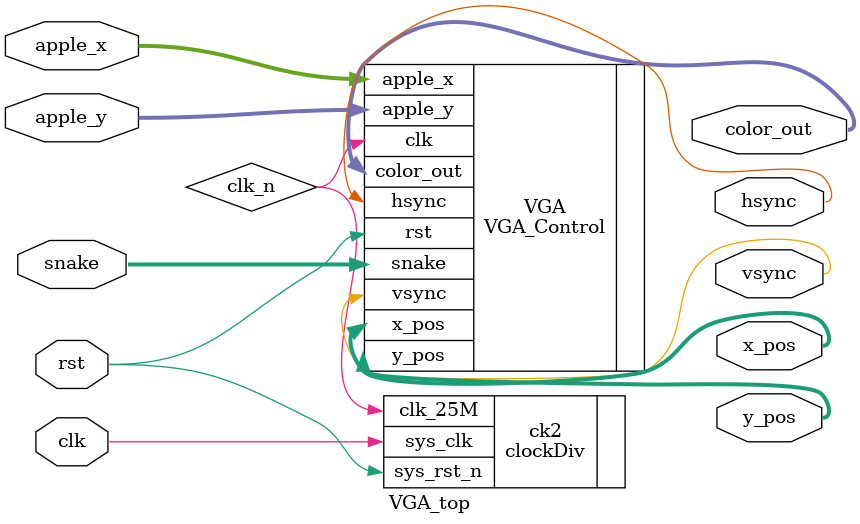
<source format=v>
`timescale 1ns / 1ps


module VGA_top(
	input clk,
    input rst,

    input [1:0]snake,
    input [5:0]apple_x,
    input [4:0]apple_y,
    output [9:0]x_pos,
    output [9:0]y_pos,    
    output hsync,
    output vsync,
    output [11:0] color_out
    );
    
wire clk_n;
   
   
clockDiv ck2(
    .sys_clk(clk),         
    .sys_rst_n(rst),
    .clk_25M(clk_n));



VGA_Control VGA(
    .clk(clk_n),
    .rst(rst),
    .hsync(hsync),
    .vsync(vsync),
    .snake(snake),
    .color_out(color_out),
    .x_pos(x_pos),
    .y_pos(y_pos),
    .apple_x(apple_x),
    .apple_y(apple_y));
endmodule

</source>
